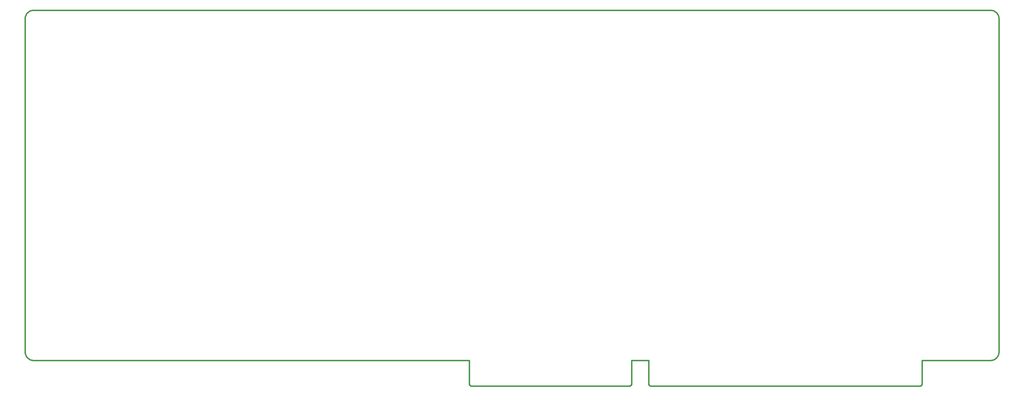
<source format=gbr>
G04 (created by PCBNEW-RS274X (2012-01-19 BZR 3256)-stable) date 9/26/2012 11:12:57 PM*
G01*
G70*
G90*
%MOIN*%
G04 Gerber Fmt 3.4, Leading zero omitted, Abs format*
%FSLAX34Y34*%
G04 APERTURE LIST*
%ADD10C,0.006000*%
%ADD11C,0.015000*%
G04 APERTURE END LIST*
G54D10*
G54D11*
X131000Y-71000D02*
X131000Y-73750D01*
X99250Y-74000D02*
X130750Y-74000D01*
X99000Y-71000D02*
X99000Y-73750D01*
X97000Y-73750D02*
X97000Y-71000D01*
X78250Y-74000D02*
X96750Y-74000D01*
X78000Y-71000D02*
X78000Y-73750D01*
X130750Y-74000D02*
X130771Y-73999D01*
X130793Y-73996D01*
X130814Y-73991D01*
X130835Y-73984D01*
X130855Y-73976D01*
X130875Y-73966D01*
X130893Y-73954D01*
X130910Y-73941D01*
X130926Y-73926D01*
X130941Y-73910D01*
X130954Y-73893D01*
X130966Y-73874D01*
X130976Y-73855D01*
X130984Y-73835D01*
X130991Y-73814D01*
X130996Y-73793D01*
X130999Y-73771D01*
X131000Y-73750D01*
X99000Y-73750D02*
X99001Y-73771D01*
X99004Y-73793D01*
X99009Y-73814D01*
X99016Y-73835D01*
X99024Y-73855D01*
X99034Y-73874D01*
X99046Y-73893D01*
X99059Y-73910D01*
X99074Y-73926D01*
X99090Y-73941D01*
X99107Y-73954D01*
X99126Y-73966D01*
X99145Y-73976D01*
X99165Y-73984D01*
X99186Y-73991D01*
X99207Y-73996D01*
X99229Y-73999D01*
X99250Y-74000D01*
X96750Y-74000D02*
X96771Y-73999D01*
X96793Y-73996D01*
X96814Y-73991D01*
X96835Y-73984D01*
X96855Y-73976D01*
X96875Y-73966D01*
X96893Y-73954D01*
X96910Y-73941D01*
X96926Y-73926D01*
X96941Y-73910D01*
X96954Y-73893D01*
X96966Y-73874D01*
X96976Y-73855D01*
X96984Y-73835D01*
X96991Y-73814D01*
X96996Y-73793D01*
X96999Y-73771D01*
X97000Y-73750D01*
X78000Y-73750D02*
X78001Y-73771D01*
X78004Y-73793D01*
X78009Y-73814D01*
X78016Y-73835D01*
X78024Y-73855D01*
X78034Y-73874D01*
X78046Y-73893D01*
X78059Y-73910D01*
X78074Y-73926D01*
X78090Y-73941D01*
X78107Y-73954D01*
X78126Y-73966D01*
X78145Y-73976D01*
X78165Y-73984D01*
X78186Y-73991D01*
X78207Y-73996D01*
X78229Y-73999D01*
X78250Y-74000D01*
X27000Y-30000D02*
X139000Y-30000D01*
X26000Y-70000D02*
X26000Y-31000D01*
X27000Y-71000D02*
X78000Y-71000D01*
X131000Y-71000D02*
X139000Y-71000D01*
X140000Y-31000D02*
X140000Y-70000D01*
X140000Y-31000D02*
X139996Y-30913D01*
X139984Y-30827D01*
X139965Y-30742D01*
X139939Y-30658D01*
X139906Y-30578D01*
X139866Y-30501D01*
X139819Y-30427D01*
X139766Y-30358D01*
X139707Y-30293D01*
X139642Y-30234D01*
X139573Y-30181D01*
X139500Y-30134D01*
X139422Y-30094D01*
X139342Y-30061D01*
X139258Y-30035D01*
X139173Y-30016D01*
X139087Y-30004D01*
X139000Y-30000D01*
X139000Y-71000D02*
X139087Y-70996D01*
X139173Y-70984D01*
X139258Y-70965D01*
X139342Y-70939D01*
X139422Y-70906D01*
X139500Y-70866D01*
X139573Y-70819D01*
X139642Y-70766D01*
X139707Y-70707D01*
X139766Y-70642D01*
X139819Y-70573D01*
X139866Y-70499D01*
X139906Y-70422D01*
X139939Y-70342D01*
X139965Y-70258D01*
X139984Y-70173D01*
X139996Y-70087D01*
X140000Y-70000D01*
X26000Y-70000D02*
X26004Y-70087D01*
X26016Y-70173D01*
X26035Y-70258D01*
X26061Y-70342D01*
X26094Y-70422D01*
X26134Y-70499D01*
X26181Y-70573D01*
X26234Y-70642D01*
X26293Y-70707D01*
X26358Y-70766D01*
X26427Y-70819D01*
X26501Y-70866D01*
X26578Y-70906D01*
X26658Y-70939D01*
X26742Y-70965D01*
X26827Y-70984D01*
X26913Y-70996D01*
X27000Y-71000D01*
X27000Y-30000D02*
X26913Y-30004D01*
X26827Y-30016D01*
X26742Y-30035D01*
X26658Y-30061D01*
X26578Y-30094D01*
X26501Y-30134D01*
X26427Y-30181D01*
X26358Y-30234D01*
X26293Y-30293D01*
X26234Y-30358D01*
X26181Y-30427D01*
X26134Y-30501D01*
X26094Y-30578D01*
X26061Y-30658D01*
X26035Y-30742D01*
X26016Y-30827D01*
X26004Y-30913D01*
X26000Y-31000D01*
X97000Y-71000D02*
X99000Y-71000D01*
M02*

</source>
